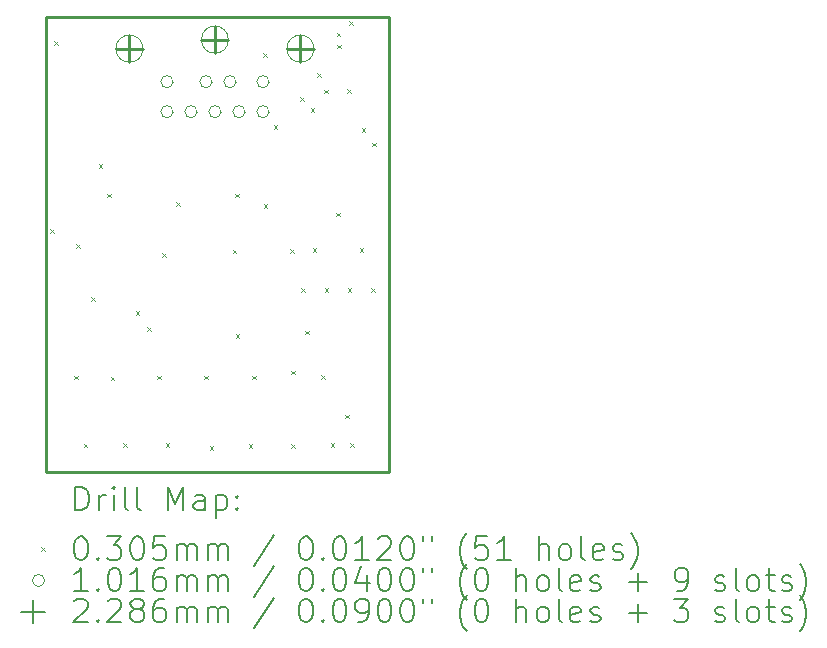
<source format=gbr>
%TF.GenerationSoftware,KiCad,Pcbnew,9.0.1*%
%TF.CreationDate,2025-04-29T17:01:15-07:00*%
%TF.ProjectId,3bp v2.1,33627020-7632-42e3-912e-6b696361645f,rev?*%
%TF.SameCoordinates,Original*%
%TF.FileFunction,Drillmap*%
%TF.FilePolarity,Positive*%
%FSLAX45Y45*%
G04 Gerber Fmt 4.5, Leading zero omitted, Abs format (unit mm)*
G04 Created by KiCad (PCBNEW 9.0.1) date 2025-04-29 17:01:15*
%MOMM*%
%LPD*%
G01*
G04 APERTURE LIST*
%ADD10C,0.254000*%
%ADD11C,0.200000*%
%ADD12C,0.100000*%
%ADD13C,0.101600*%
%ADD14C,0.228600*%
G04 APERTURE END LIST*
D10*
X15339800Y-12002700D02*
X12437900Y-12002700D01*
X12437900Y-12002700D02*
X12437900Y-8149500D01*
X12437900Y-8149500D02*
X15339800Y-8149500D01*
X15339800Y-8149500D02*
X15339800Y-12002700D01*
D11*
D12*
X12474750Y-9944750D02*
X12505250Y-9975250D01*
X12505250Y-9944750D02*
X12474750Y-9975250D01*
X12504750Y-8354750D02*
X12535250Y-8385250D01*
X12535250Y-8354750D02*
X12504750Y-8385250D01*
X12674750Y-11184750D02*
X12705250Y-11215250D01*
X12705250Y-11184750D02*
X12674750Y-11215250D01*
X12693150Y-10074850D02*
X12723650Y-10105350D01*
X12723650Y-10074850D02*
X12693150Y-10105350D01*
X12755350Y-11762650D02*
X12785850Y-11793150D01*
X12785850Y-11762650D02*
X12755350Y-11793150D01*
X12822650Y-10521850D02*
X12853150Y-10552350D01*
X12853150Y-10521850D02*
X12822650Y-10552350D01*
X12884750Y-9394750D02*
X12915250Y-9425250D01*
X12915250Y-9394750D02*
X12884750Y-9425250D01*
X12954750Y-9644750D02*
X12985250Y-9675250D01*
X12985250Y-9644750D02*
X12954750Y-9675250D01*
X12983950Y-11196250D02*
X13014450Y-11226750D01*
X13014450Y-11196250D02*
X12983950Y-11226750D01*
X13091950Y-11760150D02*
X13122450Y-11790650D01*
X13122450Y-11760150D02*
X13091950Y-11790650D01*
X13197350Y-10638750D02*
X13227850Y-10669250D01*
X13227850Y-10638750D02*
X13197350Y-10669250D01*
X13296450Y-10774650D02*
X13326950Y-10805150D01*
X13326950Y-10774650D02*
X13296450Y-10805150D01*
X13380250Y-11187350D02*
X13410750Y-11217850D01*
X13410750Y-11187350D02*
X13380250Y-11217850D01*
X13422150Y-10149750D02*
X13452650Y-10180250D01*
X13452650Y-10149750D02*
X13422150Y-10180250D01*
X13451350Y-11760150D02*
X13481850Y-11790650D01*
X13481850Y-11760150D02*
X13451350Y-11790650D01*
X13540250Y-9717950D02*
X13570750Y-9748450D01*
X13570750Y-9717950D02*
X13540250Y-9748450D01*
X13774750Y-11184750D02*
X13805250Y-11215250D01*
X13805250Y-11184750D02*
X13774750Y-11215250D01*
X13824750Y-11784750D02*
X13855250Y-11815250D01*
X13855250Y-11784750D02*
X13824750Y-11815250D01*
X14019050Y-10118050D02*
X14049550Y-10148550D01*
X14049550Y-10118050D02*
X14019050Y-10148550D01*
X14040650Y-9645550D02*
X14071150Y-9676050D01*
X14071150Y-9645550D02*
X14040650Y-9676050D01*
X14044750Y-10834750D02*
X14075250Y-10865250D01*
X14075250Y-10834750D02*
X14044750Y-10865250D01*
X14154950Y-11766450D02*
X14185450Y-11796950D01*
X14185450Y-11766450D02*
X14154950Y-11796950D01*
X14184750Y-11184750D02*
X14215250Y-11215250D01*
X14215250Y-11184750D02*
X14184750Y-11215250D01*
X14274750Y-8454750D02*
X14305250Y-8485250D01*
X14305250Y-8454750D02*
X14274750Y-8485250D01*
X14279350Y-9734450D02*
X14309850Y-9764950D01*
X14309850Y-9734450D02*
X14279350Y-9764950D01*
X14364750Y-9064750D02*
X14395250Y-9095250D01*
X14395250Y-9064750D02*
X14364750Y-9095250D01*
X14506727Y-10114115D02*
X14537227Y-10144615D01*
X14537227Y-10114115D02*
X14506727Y-10144615D01*
X14511750Y-11763950D02*
X14542250Y-11794450D01*
X14542250Y-11763950D02*
X14511750Y-11794450D01*
X14513782Y-11144953D02*
X14544282Y-11175453D01*
X14544282Y-11144953D02*
X14513782Y-11175453D01*
X14589450Y-8830750D02*
X14619950Y-8861250D01*
X14619950Y-8830750D02*
X14589450Y-8861250D01*
X14600650Y-10443150D02*
X14631150Y-10473650D01*
X14631150Y-10443150D02*
X14600650Y-10473650D01*
X14634750Y-10804750D02*
X14665250Y-10835250D01*
X14665250Y-10804750D02*
X14634750Y-10835250D01*
X14679450Y-8920750D02*
X14709950Y-8951250D01*
X14709950Y-8920750D02*
X14679450Y-8951250D01*
X14694750Y-10104750D02*
X14725250Y-10135250D01*
X14725250Y-10104750D02*
X14694750Y-10135250D01*
X14734750Y-8624750D02*
X14765250Y-8655250D01*
X14765250Y-8624750D02*
X14734750Y-8655250D01*
X14769650Y-11182250D02*
X14800150Y-11212750D01*
X14800150Y-11182250D02*
X14769650Y-11212750D01*
X14794750Y-8764750D02*
X14825250Y-8795250D01*
X14825250Y-8764750D02*
X14794750Y-8795250D01*
X14798850Y-10445650D02*
X14829350Y-10476150D01*
X14829350Y-10445650D02*
X14798850Y-10476150D01*
X14848350Y-11758850D02*
X14878850Y-11789350D01*
X14878850Y-11758850D02*
X14848350Y-11789350D01*
X14894750Y-9804750D02*
X14925250Y-9835250D01*
X14925250Y-9804750D02*
X14894750Y-9835250D01*
X14899450Y-8280750D02*
X14929950Y-8311250D01*
X14929950Y-8280750D02*
X14899450Y-8311250D01*
X14904750Y-8384750D02*
X14935250Y-8415250D01*
X14935250Y-8384750D02*
X14904750Y-8415250D01*
X14971550Y-11517550D02*
X15002050Y-11548050D01*
X15002050Y-11517550D02*
X14971550Y-11548050D01*
X14989450Y-8761800D02*
X15019950Y-8792300D01*
X15019950Y-8761800D02*
X14989450Y-8792300D01*
X14993150Y-10445650D02*
X15023650Y-10476150D01*
X15023650Y-10445650D02*
X14993150Y-10476150D01*
X15004750Y-8184750D02*
X15035250Y-8215250D01*
X15035250Y-8184750D02*
X15004750Y-8215250D01*
X15014750Y-11756350D02*
X15045250Y-11786850D01*
X15045250Y-11756350D02*
X15014750Y-11786850D01*
X15094750Y-10104750D02*
X15125250Y-10135250D01*
X15125250Y-10104750D02*
X15094750Y-10135250D01*
X15109450Y-9090750D02*
X15139950Y-9121250D01*
X15139950Y-9090750D02*
X15109450Y-9121250D01*
X15189950Y-10445650D02*
X15220450Y-10476150D01*
X15220450Y-10445650D02*
X15189950Y-10476150D01*
X15200150Y-9213750D02*
X15230650Y-9244250D01*
X15230650Y-9213750D02*
X15200150Y-9244250D01*
D13*
X13512300Y-8696900D02*
G75*
G02*
X13410700Y-8696900I-50800J0D01*
G01*
X13410700Y-8696900D02*
G75*
G02*
X13512300Y-8696900I50800J0D01*
G01*
D12*
X13512300Y-8697150D02*
X13512300Y-8696650D01*
X13410700Y-8696650D02*
G75*
G02*
X13512300Y-8696650I50800J0D01*
G01*
X13410700Y-8696650D02*
X13410700Y-8697150D01*
X13410700Y-8697150D02*
G75*
G03*
X13512300Y-8697150I50800J0D01*
G01*
D13*
X13512300Y-8950900D02*
G75*
G02*
X13410700Y-8950900I-50800J0D01*
G01*
X13410700Y-8950900D02*
G75*
G02*
X13512300Y-8950900I50800J0D01*
G01*
D12*
X13512300Y-8951150D02*
X13512300Y-8950650D01*
X13410700Y-8950650D02*
G75*
G02*
X13512300Y-8950650I50800J0D01*
G01*
X13410700Y-8950650D02*
X13410700Y-8951150D01*
X13410700Y-8951150D02*
G75*
G03*
X13512300Y-8951150I50800J0D01*
G01*
D13*
X13715500Y-8950900D02*
G75*
G02*
X13613900Y-8950900I-50800J0D01*
G01*
X13613900Y-8950900D02*
G75*
G02*
X13715500Y-8950900I50800J0D01*
G01*
D12*
X13715500Y-8951150D02*
X13715500Y-8950650D01*
X13613900Y-8950650D02*
G75*
G02*
X13715500Y-8950650I50800J0D01*
G01*
X13613900Y-8950650D02*
X13613900Y-8951150D01*
X13613900Y-8951150D02*
G75*
G03*
X13715500Y-8951150I50800J0D01*
G01*
D13*
X13842500Y-8696900D02*
G75*
G02*
X13740900Y-8696900I-50800J0D01*
G01*
X13740900Y-8696900D02*
G75*
G02*
X13842500Y-8696900I50800J0D01*
G01*
D12*
X13842500Y-8697150D02*
X13842500Y-8696650D01*
X13740900Y-8696650D02*
G75*
G02*
X13842500Y-8696650I50800J0D01*
G01*
X13740900Y-8696650D02*
X13740900Y-8697150D01*
X13740900Y-8697150D02*
G75*
G03*
X13842500Y-8697150I50800J0D01*
G01*
D13*
X13918700Y-8950900D02*
G75*
G02*
X13817100Y-8950900I-50800J0D01*
G01*
X13817100Y-8950900D02*
G75*
G02*
X13918700Y-8950900I50800J0D01*
G01*
D12*
X13918700Y-8951150D02*
X13918700Y-8950650D01*
X13817100Y-8950650D02*
G75*
G02*
X13918700Y-8950650I50800J0D01*
G01*
X13817100Y-8950650D02*
X13817100Y-8951150D01*
X13817100Y-8951150D02*
G75*
G03*
X13918700Y-8951150I50800J0D01*
G01*
D13*
X14045700Y-8696900D02*
G75*
G02*
X13944100Y-8696900I-50800J0D01*
G01*
X13944100Y-8696900D02*
G75*
G02*
X14045700Y-8696900I50800J0D01*
G01*
D12*
X14045700Y-8697150D02*
X14045700Y-8696650D01*
X13944100Y-8696650D02*
G75*
G02*
X14045700Y-8696650I50800J0D01*
G01*
X13944100Y-8696650D02*
X13944100Y-8697150D01*
X13944100Y-8697150D02*
G75*
G03*
X14045700Y-8697150I50800J0D01*
G01*
D13*
X14121900Y-8950900D02*
G75*
G02*
X14020300Y-8950900I-50800J0D01*
G01*
X14020300Y-8950900D02*
G75*
G02*
X14121900Y-8950900I50800J0D01*
G01*
D12*
X14121900Y-8951150D02*
X14121900Y-8950650D01*
X14020300Y-8950650D02*
G75*
G02*
X14121900Y-8950650I50800J0D01*
G01*
X14020300Y-8950650D02*
X14020300Y-8951150D01*
X14020300Y-8951150D02*
G75*
G03*
X14121900Y-8951150I50800J0D01*
G01*
D13*
X14325100Y-8696900D02*
G75*
G02*
X14223500Y-8696900I-50800J0D01*
G01*
X14223500Y-8696900D02*
G75*
G02*
X14325100Y-8696900I50800J0D01*
G01*
D12*
X14325100Y-8697150D02*
X14325100Y-8696650D01*
X14223500Y-8696650D02*
G75*
G02*
X14325100Y-8696650I50800J0D01*
G01*
X14223500Y-8696650D02*
X14223500Y-8697150D01*
X14223500Y-8697150D02*
G75*
G03*
X14325100Y-8697150I50800J0D01*
G01*
D13*
X14325100Y-8950900D02*
G75*
G02*
X14223500Y-8950900I-50800J0D01*
G01*
X14223500Y-8950900D02*
G75*
G02*
X14325100Y-8950900I50800J0D01*
G01*
D12*
X14325100Y-8951150D02*
X14325100Y-8950650D01*
X14223500Y-8950650D02*
G75*
G02*
X14325100Y-8950650I50800J0D01*
G01*
X14223500Y-8950650D02*
X14223500Y-8951150D01*
X14223500Y-8951150D02*
G75*
G03*
X14325100Y-8951150I50800J0D01*
G01*
D14*
X13144000Y-8303200D02*
X13144000Y-8531800D01*
X13029700Y-8417500D02*
X13258300Y-8417500D01*
D12*
X13258300Y-8417750D02*
X13258300Y-8417250D01*
X13029700Y-8417250D02*
G75*
G02*
X13258300Y-8417250I114300J0D01*
G01*
X13029700Y-8417250D02*
X13029700Y-8417750D01*
X13029700Y-8417750D02*
G75*
G03*
X13258300Y-8417750I114300J0D01*
G01*
D14*
X13867900Y-8227000D02*
X13867900Y-8455600D01*
X13753600Y-8341300D02*
X13982200Y-8341300D01*
D12*
X13982200Y-8341550D02*
X13982200Y-8341050D01*
X13753600Y-8341050D02*
G75*
G02*
X13982200Y-8341050I114300J0D01*
G01*
X13753600Y-8341050D02*
X13753600Y-8341550D01*
X13753600Y-8341550D02*
G75*
G03*
X13982200Y-8341550I114300J0D01*
G01*
D14*
X14591800Y-8303200D02*
X14591800Y-8531800D01*
X14477500Y-8417500D02*
X14706100Y-8417500D01*
D12*
X14706100Y-8417750D02*
X14706100Y-8417250D01*
X14477500Y-8417250D02*
G75*
G02*
X14706100Y-8417250I114300J0D01*
G01*
X14477500Y-8417250D02*
X14477500Y-8417750D01*
X14477500Y-8417750D02*
G75*
G03*
X14706100Y-8417750I114300J0D01*
G01*
D11*
X12685977Y-12326884D02*
X12685977Y-12126884D01*
X12685977Y-12126884D02*
X12733596Y-12126884D01*
X12733596Y-12126884D02*
X12762167Y-12136408D01*
X12762167Y-12136408D02*
X12781215Y-12155455D01*
X12781215Y-12155455D02*
X12790739Y-12174503D01*
X12790739Y-12174503D02*
X12800262Y-12212598D01*
X12800262Y-12212598D02*
X12800262Y-12241169D01*
X12800262Y-12241169D02*
X12790739Y-12279265D01*
X12790739Y-12279265D02*
X12781215Y-12298312D01*
X12781215Y-12298312D02*
X12762167Y-12317360D01*
X12762167Y-12317360D02*
X12733596Y-12326884D01*
X12733596Y-12326884D02*
X12685977Y-12326884D01*
X12885977Y-12326884D02*
X12885977Y-12193550D01*
X12885977Y-12231646D02*
X12895501Y-12212598D01*
X12895501Y-12212598D02*
X12905024Y-12203074D01*
X12905024Y-12203074D02*
X12924072Y-12193550D01*
X12924072Y-12193550D02*
X12943120Y-12193550D01*
X13009786Y-12326884D02*
X13009786Y-12193550D01*
X13009786Y-12126884D02*
X13000262Y-12136408D01*
X13000262Y-12136408D02*
X13009786Y-12145931D01*
X13009786Y-12145931D02*
X13019310Y-12136408D01*
X13019310Y-12136408D02*
X13009786Y-12126884D01*
X13009786Y-12126884D02*
X13009786Y-12145931D01*
X13133596Y-12326884D02*
X13114548Y-12317360D01*
X13114548Y-12317360D02*
X13105024Y-12298312D01*
X13105024Y-12298312D02*
X13105024Y-12126884D01*
X13238358Y-12326884D02*
X13219310Y-12317360D01*
X13219310Y-12317360D02*
X13209786Y-12298312D01*
X13209786Y-12298312D02*
X13209786Y-12126884D01*
X13466929Y-12326884D02*
X13466929Y-12126884D01*
X13466929Y-12126884D02*
X13533596Y-12269741D01*
X13533596Y-12269741D02*
X13600262Y-12126884D01*
X13600262Y-12126884D02*
X13600262Y-12326884D01*
X13781215Y-12326884D02*
X13781215Y-12222122D01*
X13781215Y-12222122D02*
X13771691Y-12203074D01*
X13771691Y-12203074D02*
X13752643Y-12193550D01*
X13752643Y-12193550D02*
X13714548Y-12193550D01*
X13714548Y-12193550D02*
X13695501Y-12203074D01*
X13781215Y-12317360D02*
X13762167Y-12326884D01*
X13762167Y-12326884D02*
X13714548Y-12326884D01*
X13714548Y-12326884D02*
X13695501Y-12317360D01*
X13695501Y-12317360D02*
X13685977Y-12298312D01*
X13685977Y-12298312D02*
X13685977Y-12279265D01*
X13685977Y-12279265D02*
X13695501Y-12260217D01*
X13695501Y-12260217D02*
X13714548Y-12250693D01*
X13714548Y-12250693D02*
X13762167Y-12250693D01*
X13762167Y-12250693D02*
X13781215Y-12241169D01*
X13876453Y-12193550D02*
X13876453Y-12393550D01*
X13876453Y-12203074D02*
X13895501Y-12193550D01*
X13895501Y-12193550D02*
X13933596Y-12193550D01*
X13933596Y-12193550D02*
X13952643Y-12203074D01*
X13952643Y-12203074D02*
X13962167Y-12212598D01*
X13962167Y-12212598D02*
X13971691Y-12231646D01*
X13971691Y-12231646D02*
X13971691Y-12288788D01*
X13971691Y-12288788D02*
X13962167Y-12307836D01*
X13962167Y-12307836D02*
X13952643Y-12317360D01*
X13952643Y-12317360D02*
X13933596Y-12326884D01*
X13933596Y-12326884D02*
X13895501Y-12326884D01*
X13895501Y-12326884D02*
X13876453Y-12317360D01*
X14057405Y-12307836D02*
X14066929Y-12317360D01*
X14066929Y-12317360D02*
X14057405Y-12326884D01*
X14057405Y-12326884D02*
X14047882Y-12317360D01*
X14047882Y-12317360D02*
X14057405Y-12307836D01*
X14057405Y-12307836D02*
X14057405Y-12326884D01*
X14057405Y-12203074D02*
X14066929Y-12212598D01*
X14066929Y-12212598D02*
X14057405Y-12222122D01*
X14057405Y-12222122D02*
X14047882Y-12212598D01*
X14047882Y-12212598D02*
X14057405Y-12203074D01*
X14057405Y-12203074D02*
X14057405Y-12222122D01*
D12*
X12394700Y-12640150D02*
X12425200Y-12670650D01*
X12425200Y-12640150D02*
X12394700Y-12670650D01*
D11*
X12724072Y-12546884D02*
X12743120Y-12546884D01*
X12743120Y-12546884D02*
X12762167Y-12556408D01*
X12762167Y-12556408D02*
X12771691Y-12565931D01*
X12771691Y-12565931D02*
X12781215Y-12584979D01*
X12781215Y-12584979D02*
X12790739Y-12623074D01*
X12790739Y-12623074D02*
X12790739Y-12670693D01*
X12790739Y-12670693D02*
X12781215Y-12708788D01*
X12781215Y-12708788D02*
X12771691Y-12727836D01*
X12771691Y-12727836D02*
X12762167Y-12737360D01*
X12762167Y-12737360D02*
X12743120Y-12746884D01*
X12743120Y-12746884D02*
X12724072Y-12746884D01*
X12724072Y-12746884D02*
X12705024Y-12737360D01*
X12705024Y-12737360D02*
X12695501Y-12727836D01*
X12695501Y-12727836D02*
X12685977Y-12708788D01*
X12685977Y-12708788D02*
X12676453Y-12670693D01*
X12676453Y-12670693D02*
X12676453Y-12623074D01*
X12676453Y-12623074D02*
X12685977Y-12584979D01*
X12685977Y-12584979D02*
X12695501Y-12565931D01*
X12695501Y-12565931D02*
X12705024Y-12556408D01*
X12705024Y-12556408D02*
X12724072Y-12546884D01*
X12876453Y-12727836D02*
X12885977Y-12737360D01*
X12885977Y-12737360D02*
X12876453Y-12746884D01*
X12876453Y-12746884D02*
X12866929Y-12737360D01*
X12866929Y-12737360D02*
X12876453Y-12727836D01*
X12876453Y-12727836D02*
X12876453Y-12746884D01*
X12952643Y-12546884D02*
X13076453Y-12546884D01*
X13076453Y-12546884D02*
X13009786Y-12623074D01*
X13009786Y-12623074D02*
X13038358Y-12623074D01*
X13038358Y-12623074D02*
X13057405Y-12632598D01*
X13057405Y-12632598D02*
X13066929Y-12642122D01*
X13066929Y-12642122D02*
X13076453Y-12661169D01*
X13076453Y-12661169D02*
X13076453Y-12708788D01*
X13076453Y-12708788D02*
X13066929Y-12727836D01*
X13066929Y-12727836D02*
X13057405Y-12737360D01*
X13057405Y-12737360D02*
X13038358Y-12746884D01*
X13038358Y-12746884D02*
X12981215Y-12746884D01*
X12981215Y-12746884D02*
X12962167Y-12737360D01*
X12962167Y-12737360D02*
X12952643Y-12727836D01*
X13200262Y-12546884D02*
X13219310Y-12546884D01*
X13219310Y-12546884D02*
X13238358Y-12556408D01*
X13238358Y-12556408D02*
X13247882Y-12565931D01*
X13247882Y-12565931D02*
X13257405Y-12584979D01*
X13257405Y-12584979D02*
X13266929Y-12623074D01*
X13266929Y-12623074D02*
X13266929Y-12670693D01*
X13266929Y-12670693D02*
X13257405Y-12708788D01*
X13257405Y-12708788D02*
X13247882Y-12727836D01*
X13247882Y-12727836D02*
X13238358Y-12737360D01*
X13238358Y-12737360D02*
X13219310Y-12746884D01*
X13219310Y-12746884D02*
X13200262Y-12746884D01*
X13200262Y-12746884D02*
X13181215Y-12737360D01*
X13181215Y-12737360D02*
X13171691Y-12727836D01*
X13171691Y-12727836D02*
X13162167Y-12708788D01*
X13162167Y-12708788D02*
X13152643Y-12670693D01*
X13152643Y-12670693D02*
X13152643Y-12623074D01*
X13152643Y-12623074D02*
X13162167Y-12584979D01*
X13162167Y-12584979D02*
X13171691Y-12565931D01*
X13171691Y-12565931D02*
X13181215Y-12556408D01*
X13181215Y-12556408D02*
X13200262Y-12546884D01*
X13447882Y-12546884D02*
X13352643Y-12546884D01*
X13352643Y-12546884D02*
X13343120Y-12642122D01*
X13343120Y-12642122D02*
X13352643Y-12632598D01*
X13352643Y-12632598D02*
X13371691Y-12623074D01*
X13371691Y-12623074D02*
X13419310Y-12623074D01*
X13419310Y-12623074D02*
X13438358Y-12632598D01*
X13438358Y-12632598D02*
X13447882Y-12642122D01*
X13447882Y-12642122D02*
X13457405Y-12661169D01*
X13457405Y-12661169D02*
X13457405Y-12708788D01*
X13457405Y-12708788D02*
X13447882Y-12727836D01*
X13447882Y-12727836D02*
X13438358Y-12737360D01*
X13438358Y-12737360D02*
X13419310Y-12746884D01*
X13419310Y-12746884D02*
X13371691Y-12746884D01*
X13371691Y-12746884D02*
X13352643Y-12737360D01*
X13352643Y-12737360D02*
X13343120Y-12727836D01*
X13543120Y-12746884D02*
X13543120Y-12613550D01*
X13543120Y-12632598D02*
X13552643Y-12623074D01*
X13552643Y-12623074D02*
X13571691Y-12613550D01*
X13571691Y-12613550D02*
X13600263Y-12613550D01*
X13600263Y-12613550D02*
X13619310Y-12623074D01*
X13619310Y-12623074D02*
X13628834Y-12642122D01*
X13628834Y-12642122D02*
X13628834Y-12746884D01*
X13628834Y-12642122D02*
X13638358Y-12623074D01*
X13638358Y-12623074D02*
X13657405Y-12613550D01*
X13657405Y-12613550D02*
X13685977Y-12613550D01*
X13685977Y-12613550D02*
X13705024Y-12623074D01*
X13705024Y-12623074D02*
X13714548Y-12642122D01*
X13714548Y-12642122D02*
X13714548Y-12746884D01*
X13809786Y-12746884D02*
X13809786Y-12613550D01*
X13809786Y-12632598D02*
X13819310Y-12623074D01*
X13819310Y-12623074D02*
X13838358Y-12613550D01*
X13838358Y-12613550D02*
X13866929Y-12613550D01*
X13866929Y-12613550D02*
X13885977Y-12623074D01*
X13885977Y-12623074D02*
X13895501Y-12642122D01*
X13895501Y-12642122D02*
X13895501Y-12746884D01*
X13895501Y-12642122D02*
X13905024Y-12623074D01*
X13905024Y-12623074D02*
X13924072Y-12613550D01*
X13924072Y-12613550D02*
X13952643Y-12613550D01*
X13952643Y-12613550D02*
X13971691Y-12623074D01*
X13971691Y-12623074D02*
X13981215Y-12642122D01*
X13981215Y-12642122D02*
X13981215Y-12746884D01*
X14371691Y-12537360D02*
X14200263Y-12794503D01*
X14628834Y-12546884D02*
X14647882Y-12546884D01*
X14647882Y-12546884D02*
X14666929Y-12556408D01*
X14666929Y-12556408D02*
X14676453Y-12565931D01*
X14676453Y-12565931D02*
X14685977Y-12584979D01*
X14685977Y-12584979D02*
X14695501Y-12623074D01*
X14695501Y-12623074D02*
X14695501Y-12670693D01*
X14695501Y-12670693D02*
X14685977Y-12708788D01*
X14685977Y-12708788D02*
X14676453Y-12727836D01*
X14676453Y-12727836D02*
X14666929Y-12737360D01*
X14666929Y-12737360D02*
X14647882Y-12746884D01*
X14647882Y-12746884D02*
X14628834Y-12746884D01*
X14628834Y-12746884D02*
X14609786Y-12737360D01*
X14609786Y-12737360D02*
X14600263Y-12727836D01*
X14600263Y-12727836D02*
X14590739Y-12708788D01*
X14590739Y-12708788D02*
X14581215Y-12670693D01*
X14581215Y-12670693D02*
X14581215Y-12623074D01*
X14581215Y-12623074D02*
X14590739Y-12584979D01*
X14590739Y-12584979D02*
X14600263Y-12565931D01*
X14600263Y-12565931D02*
X14609786Y-12556408D01*
X14609786Y-12556408D02*
X14628834Y-12546884D01*
X14781215Y-12727836D02*
X14790739Y-12737360D01*
X14790739Y-12737360D02*
X14781215Y-12746884D01*
X14781215Y-12746884D02*
X14771691Y-12737360D01*
X14771691Y-12737360D02*
X14781215Y-12727836D01*
X14781215Y-12727836D02*
X14781215Y-12746884D01*
X14914548Y-12546884D02*
X14933596Y-12546884D01*
X14933596Y-12546884D02*
X14952644Y-12556408D01*
X14952644Y-12556408D02*
X14962167Y-12565931D01*
X14962167Y-12565931D02*
X14971691Y-12584979D01*
X14971691Y-12584979D02*
X14981215Y-12623074D01*
X14981215Y-12623074D02*
X14981215Y-12670693D01*
X14981215Y-12670693D02*
X14971691Y-12708788D01*
X14971691Y-12708788D02*
X14962167Y-12727836D01*
X14962167Y-12727836D02*
X14952644Y-12737360D01*
X14952644Y-12737360D02*
X14933596Y-12746884D01*
X14933596Y-12746884D02*
X14914548Y-12746884D01*
X14914548Y-12746884D02*
X14895501Y-12737360D01*
X14895501Y-12737360D02*
X14885977Y-12727836D01*
X14885977Y-12727836D02*
X14876453Y-12708788D01*
X14876453Y-12708788D02*
X14866929Y-12670693D01*
X14866929Y-12670693D02*
X14866929Y-12623074D01*
X14866929Y-12623074D02*
X14876453Y-12584979D01*
X14876453Y-12584979D02*
X14885977Y-12565931D01*
X14885977Y-12565931D02*
X14895501Y-12556408D01*
X14895501Y-12556408D02*
X14914548Y-12546884D01*
X15171691Y-12746884D02*
X15057406Y-12746884D01*
X15114548Y-12746884D02*
X15114548Y-12546884D01*
X15114548Y-12546884D02*
X15095501Y-12575455D01*
X15095501Y-12575455D02*
X15076453Y-12594503D01*
X15076453Y-12594503D02*
X15057406Y-12604027D01*
X15247882Y-12565931D02*
X15257406Y-12556408D01*
X15257406Y-12556408D02*
X15276453Y-12546884D01*
X15276453Y-12546884D02*
X15324072Y-12546884D01*
X15324072Y-12546884D02*
X15343120Y-12556408D01*
X15343120Y-12556408D02*
X15352644Y-12565931D01*
X15352644Y-12565931D02*
X15362167Y-12584979D01*
X15362167Y-12584979D02*
X15362167Y-12604027D01*
X15362167Y-12604027D02*
X15352644Y-12632598D01*
X15352644Y-12632598D02*
X15238358Y-12746884D01*
X15238358Y-12746884D02*
X15362167Y-12746884D01*
X15485977Y-12546884D02*
X15505025Y-12546884D01*
X15505025Y-12546884D02*
X15524072Y-12556408D01*
X15524072Y-12556408D02*
X15533596Y-12565931D01*
X15533596Y-12565931D02*
X15543120Y-12584979D01*
X15543120Y-12584979D02*
X15552644Y-12623074D01*
X15552644Y-12623074D02*
X15552644Y-12670693D01*
X15552644Y-12670693D02*
X15543120Y-12708788D01*
X15543120Y-12708788D02*
X15533596Y-12727836D01*
X15533596Y-12727836D02*
X15524072Y-12737360D01*
X15524072Y-12737360D02*
X15505025Y-12746884D01*
X15505025Y-12746884D02*
X15485977Y-12746884D01*
X15485977Y-12746884D02*
X15466929Y-12737360D01*
X15466929Y-12737360D02*
X15457406Y-12727836D01*
X15457406Y-12727836D02*
X15447882Y-12708788D01*
X15447882Y-12708788D02*
X15438358Y-12670693D01*
X15438358Y-12670693D02*
X15438358Y-12623074D01*
X15438358Y-12623074D02*
X15447882Y-12584979D01*
X15447882Y-12584979D02*
X15457406Y-12565931D01*
X15457406Y-12565931D02*
X15466929Y-12556408D01*
X15466929Y-12556408D02*
X15485977Y-12546884D01*
X15628834Y-12546884D02*
X15628834Y-12584979D01*
X15705025Y-12546884D02*
X15705025Y-12584979D01*
X16000263Y-12823074D02*
X15990739Y-12813550D01*
X15990739Y-12813550D02*
X15971691Y-12784979D01*
X15971691Y-12784979D02*
X15962168Y-12765931D01*
X15962168Y-12765931D02*
X15952644Y-12737360D01*
X15952644Y-12737360D02*
X15943120Y-12689741D01*
X15943120Y-12689741D02*
X15943120Y-12651646D01*
X15943120Y-12651646D02*
X15952644Y-12604027D01*
X15952644Y-12604027D02*
X15962168Y-12575455D01*
X15962168Y-12575455D02*
X15971691Y-12556408D01*
X15971691Y-12556408D02*
X15990739Y-12527836D01*
X15990739Y-12527836D02*
X16000263Y-12518312D01*
X16171691Y-12546884D02*
X16076453Y-12546884D01*
X16076453Y-12546884D02*
X16066929Y-12642122D01*
X16066929Y-12642122D02*
X16076453Y-12632598D01*
X16076453Y-12632598D02*
X16095501Y-12623074D01*
X16095501Y-12623074D02*
X16143120Y-12623074D01*
X16143120Y-12623074D02*
X16162168Y-12632598D01*
X16162168Y-12632598D02*
X16171691Y-12642122D01*
X16171691Y-12642122D02*
X16181215Y-12661169D01*
X16181215Y-12661169D02*
X16181215Y-12708788D01*
X16181215Y-12708788D02*
X16171691Y-12727836D01*
X16171691Y-12727836D02*
X16162168Y-12737360D01*
X16162168Y-12737360D02*
X16143120Y-12746884D01*
X16143120Y-12746884D02*
X16095501Y-12746884D01*
X16095501Y-12746884D02*
X16076453Y-12737360D01*
X16076453Y-12737360D02*
X16066929Y-12727836D01*
X16371691Y-12746884D02*
X16257406Y-12746884D01*
X16314548Y-12746884D02*
X16314548Y-12546884D01*
X16314548Y-12546884D02*
X16295501Y-12575455D01*
X16295501Y-12575455D02*
X16276453Y-12594503D01*
X16276453Y-12594503D02*
X16257406Y-12604027D01*
X16609787Y-12746884D02*
X16609787Y-12546884D01*
X16695501Y-12746884D02*
X16695501Y-12642122D01*
X16695501Y-12642122D02*
X16685977Y-12623074D01*
X16685977Y-12623074D02*
X16666930Y-12613550D01*
X16666930Y-12613550D02*
X16638358Y-12613550D01*
X16638358Y-12613550D02*
X16619310Y-12623074D01*
X16619310Y-12623074D02*
X16609787Y-12632598D01*
X16819311Y-12746884D02*
X16800263Y-12737360D01*
X16800263Y-12737360D02*
X16790739Y-12727836D01*
X16790739Y-12727836D02*
X16781215Y-12708788D01*
X16781215Y-12708788D02*
X16781215Y-12651646D01*
X16781215Y-12651646D02*
X16790739Y-12632598D01*
X16790739Y-12632598D02*
X16800263Y-12623074D01*
X16800263Y-12623074D02*
X16819311Y-12613550D01*
X16819311Y-12613550D02*
X16847882Y-12613550D01*
X16847882Y-12613550D02*
X16866930Y-12623074D01*
X16866930Y-12623074D02*
X16876453Y-12632598D01*
X16876453Y-12632598D02*
X16885977Y-12651646D01*
X16885977Y-12651646D02*
X16885977Y-12708788D01*
X16885977Y-12708788D02*
X16876453Y-12727836D01*
X16876453Y-12727836D02*
X16866930Y-12737360D01*
X16866930Y-12737360D02*
X16847882Y-12746884D01*
X16847882Y-12746884D02*
X16819311Y-12746884D01*
X17000263Y-12746884D02*
X16981215Y-12737360D01*
X16981215Y-12737360D02*
X16971692Y-12718312D01*
X16971692Y-12718312D02*
X16971692Y-12546884D01*
X17152644Y-12737360D02*
X17133596Y-12746884D01*
X17133596Y-12746884D02*
X17095501Y-12746884D01*
X17095501Y-12746884D02*
X17076453Y-12737360D01*
X17076453Y-12737360D02*
X17066930Y-12718312D01*
X17066930Y-12718312D02*
X17066930Y-12642122D01*
X17066930Y-12642122D02*
X17076453Y-12623074D01*
X17076453Y-12623074D02*
X17095501Y-12613550D01*
X17095501Y-12613550D02*
X17133596Y-12613550D01*
X17133596Y-12613550D02*
X17152644Y-12623074D01*
X17152644Y-12623074D02*
X17162168Y-12642122D01*
X17162168Y-12642122D02*
X17162168Y-12661169D01*
X17162168Y-12661169D02*
X17066930Y-12680217D01*
X17238358Y-12737360D02*
X17257406Y-12746884D01*
X17257406Y-12746884D02*
X17295501Y-12746884D01*
X17295501Y-12746884D02*
X17314549Y-12737360D01*
X17314549Y-12737360D02*
X17324073Y-12718312D01*
X17324073Y-12718312D02*
X17324073Y-12708788D01*
X17324073Y-12708788D02*
X17314549Y-12689741D01*
X17314549Y-12689741D02*
X17295501Y-12680217D01*
X17295501Y-12680217D02*
X17266930Y-12680217D01*
X17266930Y-12680217D02*
X17247882Y-12670693D01*
X17247882Y-12670693D02*
X17238358Y-12651646D01*
X17238358Y-12651646D02*
X17238358Y-12642122D01*
X17238358Y-12642122D02*
X17247882Y-12623074D01*
X17247882Y-12623074D02*
X17266930Y-12613550D01*
X17266930Y-12613550D02*
X17295501Y-12613550D01*
X17295501Y-12613550D02*
X17314549Y-12623074D01*
X17390739Y-12823074D02*
X17400263Y-12813550D01*
X17400263Y-12813550D02*
X17419311Y-12784979D01*
X17419311Y-12784979D02*
X17428834Y-12765931D01*
X17428834Y-12765931D02*
X17438358Y-12737360D01*
X17438358Y-12737360D02*
X17447882Y-12689741D01*
X17447882Y-12689741D02*
X17447882Y-12651646D01*
X17447882Y-12651646D02*
X17438358Y-12604027D01*
X17438358Y-12604027D02*
X17428834Y-12575455D01*
X17428834Y-12575455D02*
X17419311Y-12556408D01*
X17419311Y-12556408D02*
X17400263Y-12527836D01*
X17400263Y-12527836D02*
X17390739Y-12518312D01*
D13*
X12425200Y-12919400D02*
G75*
G02*
X12323600Y-12919400I-50800J0D01*
G01*
X12323600Y-12919400D02*
G75*
G02*
X12425200Y-12919400I50800J0D01*
G01*
D11*
X12790739Y-13010884D02*
X12676453Y-13010884D01*
X12733596Y-13010884D02*
X12733596Y-12810884D01*
X12733596Y-12810884D02*
X12714548Y-12839455D01*
X12714548Y-12839455D02*
X12695501Y-12858503D01*
X12695501Y-12858503D02*
X12676453Y-12868027D01*
X12876453Y-12991836D02*
X12885977Y-13001360D01*
X12885977Y-13001360D02*
X12876453Y-13010884D01*
X12876453Y-13010884D02*
X12866929Y-13001360D01*
X12866929Y-13001360D02*
X12876453Y-12991836D01*
X12876453Y-12991836D02*
X12876453Y-13010884D01*
X13009786Y-12810884D02*
X13028834Y-12810884D01*
X13028834Y-12810884D02*
X13047882Y-12820408D01*
X13047882Y-12820408D02*
X13057405Y-12829931D01*
X13057405Y-12829931D02*
X13066929Y-12848979D01*
X13066929Y-12848979D02*
X13076453Y-12887074D01*
X13076453Y-12887074D02*
X13076453Y-12934693D01*
X13076453Y-12934693D02*
X13066929Y-12972788D01*
X13066929Y-12972788D02*
X13057405Y-12991836D01*
X13057405Y-12991836D02*
X13047882Y-13001360D01*
X13047882Y-13001360D02*
X13028834Y-13010884D01*
X13028834Y-13010884D02*
X13009786Y-13010884D01*
X13009786Y-13010884D02*
X12990739Y-13001360D01*
X12990739Y-13001360D02*
X12981215Y-12991836D01*
X12981215Y-12991836D02*
X12971691Y-12972788D01*
X12971691Y-12972788D02*
X12962167Y-12934693D01*
X12962167Y-12934693D02*
X12962167Y-12887074D01*
X12962167Y-12887074D02*
X12971691Y-12848979D01*
X12971691Y-12848979D02*
X12981215Y-12829931D01*
X12981215Y-12829931D02*
X12990739Y-12820408D01*
X12990739Y-12820408D02*
X13009786Y-12810884D01*
X13266929Y-13010884D02*
X13152643Y-13010884D01*
X13209786Y-13010884D02*
X13209786Y-12810884D01*
X13209786Y-12810884D02*
X13190739Y-12839455D01*
X13190739Y-12839455D02*
X13171691Y-12858503D01*
X13171691Y-12858503D02*
X13152643Y-12868027D01*
X13438358Y-12810884D02*
X13400262Y-12810884D01*
X13400262Y-12810884D02*
X13381215Y-12820408D01*
X13381215Y-12820408D02*
X13371691Y-12829931D01*
X13371691Y-12829931D02*
X13352643Y-12858503D01*
X13352643Y-12858503D02*
X13343120Y-12896598D01*
X13343120Y-12896598D02*
X13343120Y-12972788D01*
X13343120Y-12972788D02*
X13352643Y-12991836D01*
X13352643Y-12991836D02*
X13362167Y-13001360D01*
X13362167Y-13001360D02*
X13381215Y-13010884D01*
X13381215Y-13010884D02*
X13419310Y-13010884D01*
X13419310Y-13010884D02*
X13438358Y-13001360D01*
X13438358Y-13001360D02*
X13447882Y-12991836D01*
X13447882Y-12991836D02*
X13457405Y-12972788D01*
X13457405Y-12972788D02*
X13457405Y-12925169D01*
X13457405Y-12925169D02*
X13447882Y-12906122D01*
X13447882Y-12906122D02*
X13438358Y-12896598D01*
X13438358Y-12896598D02*
X13419310Y-12887074D01*
X13419310Y-12887074D02*
X13381215Y-12887074D01*
X13381215Y-12887074D02*
X13362167Y-12896598D01*
X13362167Y-12896598D02*
X13352643Y-12906122D01*
X13352643Y-12906122D02*
X13343120Y-12925169D01*
X13543120Y-13010884D02*
X13543120Y-12877550D01*
X13543120Y-12896598D02*
X13552643Y-12887074D01*
X13552643Y-12887074D02*
X13571691Y-12877550D01*
X13571691Y-12877550D02*
X13600263Y-12877550D01*
X13600263Y-12877550D02*
X13619310Y-12887074D01*
X13619310Y-12887074D02*
X13628834Y-12906122D01*
X13628834Y-12906122D02*
X13628834Y-13010884D01*
X13628834Y-12906122D02*
X13638358Y-12887074D01*
X13638358Y-12887074D02*
X13657405Y-12877550D01*
X13657405Y-12877550D02*
X13685977Y-12877550D01*
X13685977Y-12877550D02*
X13705024Y-12887074D01*
X13705024Y-12887074D02*
X13714548Y-12906122D01*
X13714548Y-12906122D02*
X13714548Y-13010884D01*
X13809786Y-13010884D02*
X13809786Y-12877550D01*
X13809786Y-12896598D02*
X13819310Y-12887074D01*
X13819310Y-12887074D02*
X13838358Y-12877550D01*
X13838358Y-12877550D02*
X13866929Y-12877550D01*
X13866929Y-12877550D02*
X13885977Y-12887074D01*
X13885977Y-12887074D02*
X13895501Y-12906122D01*
X13895501Y-12906122D02*
X13895501Y-13010884D01*
X13895501Y-12906122D02*
X13905024Y-12887074D01*
X13905024Y-12887074D02*
X13924072Y-12877550D01*
X13924072Y-12877550D02*
X13952643Y-12877550D01*
X13952643Y-12877550D02*
X13971691Y-12887074D01*
X13971691Y-12887074D02*
X13981215Y-12906122D01*
X13981215Y-12906122D02*
X13981215Y-13010884D01*
X14371691Y-12801360D02*
X14200263Y-13058503D01*
X14628834Y-12810884D02*
X14647882Y-12810884D01*
X14647882Y-12810884D02*
X14666929Y-12820408D01*
X14666929Y-12820408D02*
X14676453Y-12829931D01*
X14676453Y-12829931D02*
X14685977Y-12848979D01*
X14685977Y-12848979D02*
X14695501Y-12887074D01*
X14695501Y-12887074D02*
X14695501Y-12934693D01*
X14695501Y-12934693D02*
X14685977Y-12972788D01*
X14685977Y-12972788D02*
X14676453Y-12991836D01*
X14676453Y-12991836D02*
X14666929Y-13001360D01*
X14666929Y-13001360D02*
X14647882Y-13010884D01*
X14647882Y-13010884D02*
X14628834Y-13010884D01*
X14628834Y-13010884D02*
X14609786Y-13001360D01*
X14609786Y-13001360D02*
X14600263Y-12991836D01*
X14600263Y-12991836D02*
X14590739Y-12972788D01*
X14590739Y-12972788D02*
X14581215Y-12934693D01*
X14581215Y-12934693D02*
X14581215Y-12887074D01*
X14581215Y-12887074D02*
X14590739Y-12848979D01*
X14590739Y-12848979D02*
X14600263Y-12829931D01*
X14600263Y-12829931D02*
X14609786Y-12820408D01*
X14609786Y-12820408D02*
X14628834Y-12810884D01*
X14781215Y-12991836D02*
X14790739Y-13001360D01*
X14790739Y-13001360D02*
X14781215Y-13010884D01*
X14781215Y-13010884D02*
X14771691Y-13001360D01*
X14771691Y-13001360D02*
X14781215Y-12991836D01*
X14781215Y-12991836D02*
X14781215Y-13010884D01*
X14914548Y-12810884D02*
X14933596Y-12810884D01*
X14933596Y-12810884D02*
X14952644Y-12820408D01*
X14952644Y-12820408D02*
X14962167Y-12829931D01*
X14962167Y-12829931D02*
X14971691Y-12848979D01*
X14971691Y-12848979D02*
X14981215Y-12887074D01*
X14981215Y-12887074D02*
X14981215Y-12934693D01*
X14981215Y-12934693D02*
X14971691Y-12972788D01*
X14971691Y-12972788D02*
X14962167Y-12991836D01*
X14962167Y-12991836D02*
X14952644Y-13001360D01*
X14952644Y-13001360D02*
X14933596Y-13010884D01*
X14933596Y-13010884D02*
X14914548Y-13010884D01*
X14914548Y-13010884D02*
X14895501Y-13001360D01*
X14895501Y-13001360D02*
X14885977Y-12991836D01*
X14885977Y-12991836D02*
X14876453Y-12972788D01*
X14876453Y-12972788D02*
X14866929Y-12934693D01*
X14866929Y-12934693D02*
X14866929Y-12887074D01*
X14866929Y-12887074D02*
X14876453Y-12848979D01*
X14876453Y-12848979D02*
X14885977Y-12829931D01*
X14885977Y-12829931D02*
X14895501Y-12820408D01*
X14895501Y-12820408D02*
X14914548Y-12810884D01*
X15152644Y-12877550D02*
X15152644Y-13010884D01*
X15105025Y-12801360D02*
X15057406Y-12944217D01*
X15057406Y-12944217D02*
X15181215Y-12944217D01*
X15295501Y-12810884D02*
X15314548Y-12810884D01*
X15314548Y-12810884D02*
X15333596Y-12820408D01*
X15333596Y-12820408D02*
X15343120Y-12829931D01*
X15343120Y-12829931D02*
X15352644Y-12848979D01*
X15352644Y-12848979D02*
X15362167Y-12887074D01*
X15362167Y-12887074D02*
X15362167Y-12934693D01*
X15362167Y-12934693D02*
X15352644Y-12972788D01*
X15352644Y-12972788D02*
X15343120Y-12991836D01*
X15343120Y-12991836D02*
X15333596Y-13001360D01*
X15333596Y-13001360D02*
X15314548Y-13010884D01*
X15314548Y-13010884D02*
X15295501Y-13010884D01*
X15295501Y-13010884D02*
X15276453Y-13001360D01*
X15276453Y-13001360D02*
X15266929Y-12991836D01*
X15266929Y-12991836D02*
X15257406Y-12972788D01*
X15257406Y-12972788D02*
X15247882Y-12934693D01*
X15247882Y-12934693D02*
X15247882Y-12887074D01*
X15247882Y-12887074D02*
X15257406Y-12848979D01*
X15257406Y-12848979D02*
X15266929Y-12829931D01*
X15266929Y-12829931D02*
X15276453Y-12820408D01*
X15276453Y-12820408D02*
X15295501Y-12810884D01*
X15485977Y-12810884D02*
X15505025Y-12810884D01*
X15505025Y-12810884D02*
X15524072Y-12820408D01*
X15524072Y-12820408D02*
X15533596Y-12829931D01*
X15533596Y-12829931D02*
X15543120Y-12848979D01*
X15543120Y-12848979D02*
X15552644Y-12887074D01*
X15552644Y-12887074D02*
X15552644Y-12934693D01*
X15552644Y-12934693D02*
X15543120Y-12972788D01*
X15543120Y-12972788D02*
X15533596Y-12991836D01*
X15533596Y-12991836D02*
X15524072Y-13001360D01*
X15524072Y-13001360D02*
X15505025Y-13010884D01*
X15505025Y-13010884D02*
X15485977Y-13010884D01*
X15485977Y-13010884D02*
X15466929Y-13001360D01*
X15466929Y-13001360D02*
X15457406Y-12991836D01*
X15457406Y-12991836D02*
X15447882Y-12972788D01*
X15447882Y-12972788D02*
X15438358Y-12934693D01*
X15438358Y-12934693D02*
X15438358Y-12887074D01*
X15438358Y-12887074D02*
X15447882Y-12848979D01*
X15447882Y-12848979D02*
X15457406Y-12829931D01*
X15457406Y-12829931D02*
X15466929Y-12820408D01*
X15466929Y-12820408D02*
X15485977Y-12810884D01*
X15628834Y-12810884D02*
X15628834Y-12848979D01*
X15705025Y-12810884D02*
X15705025Y-12848979D01*
X16000263Y-13087074D02*
X15990739Y-13077550D01*
X15990739Y-13077550D02*
X15971691Y-13048979D01*
X15971691Y-13048979D02*
X15962168Y-13029931D01*
X15962168Y-13029931D02*
X15952644Y-13001360D01*
X15952644Y-13001360D02*
X15943120Y-12953741D01*
X15943120Y-12953741D02*
X15943120Y-12915646D01*
X15943120Y-12915646D02*
X15952644Y-12868027D01*
X15952644Y-12868027D02*
X15962168Y-12839455D01*
X15962168Y-12839455D02*
X15971691Y-12820408D01*
X15971691Y-12820408D02*
X15990739Y-12791836D01*
X15990739Y-12791836D02*
X16000263Y-12782312D01*
X16114548Y-12810884D02*
X16133596Y-12810884D01*
X16133596Y-12810884D02*
X16152644Y-12820408D01*
X16152644Y-12820408D02*
X16162168Y-12829931D01*
X16162168Y-12829931D02*
X16171691Y-12848979D01*
X16171691Y-12848979D02*
X16181215Y-12887074D01*
X16181215Y-12887074D02*
X16181215Y-12934693D01*
X16181215Y-12934693D02*
X16171691Y-12972788D01*
X16171691Y-12972788D02*
X16162168Y-12991836D01*
X16162168Y-12991836D02*
X16152644Y-13001360D01*
X16152644Y-13001360D02*
X16133596Y-13010884D01*
X16133596Y-13010884D02*
X16114548Y-13010884D01*
X16114548Y-13010884D02*
X16095501Y-13001360D01*
X16095501Y-13001360D02*
X16085977Y-12991836D01*
X16085977Y-12991836D02*
X16076453Y-12972788D01*
X16076453Y-12972788D02*
X16066929Y-12934693D01*
X16066929Y-12934693D02*
X16066929Y-12887074D01*
X16066929Y-12887074D02*
X16076453Y-12848979D01*
X16076453Y-12848979D02*
X16085977Y-12829931D01*
X16085977Y-12829931D02*
X16095501Y-12820408D01*
X16095501Y-12820408D02*
X16114548Y-12810884D01*
X16419310Y-13010884D02*
X16419310Y-12810884D01*
X16505025Y-13010884D02*
X16505025Y-12906122D01*
X16505025Y-12906122D02*
X16495501Y-12887074D01*
X16495501Y-12887074D02*
X16476453Y-12877550D01*
X16476453Y-12877550D02*
X16447882Y-12877550D01*
X16447882Y-12877550D02*
X16428834Y-12887074D01*
X16428834Y-12887074D02*
X16419310Y-12896598D01*
X16628834Y-13010884D02*
X16609787Y-13001360D01*
X16609787Y-13001360D02*
X16600263Y-12991836D01*
X16600263Y-12991836D02*
X16590739Y-12972788D01*
X16590739Y-12972788D02*
X16590739Y-12915646D01*
X16590739Y-12915646D02*
X16600263Y-12896598D01*
X16600263Y-12896598D02*
X16609787Y-12887074D01*
X16609787Y-12887074D02*
X16628834Y-12877550D01*
X16628834Y-12877550D02*
X16657406Y-12877550D01*
X16657406Y-12877550D02*
X16676453Y-12887074D01*
X16676453Y-12887074D02*
X16685977Y-12896598D01*
X16685977Y-12896598D02*
X16695501Y-12915646D01*
X16695501Y-12915646D02*
X16695501Y-12972788D01*
X16695501Y-12972788D02*
X16685977Y-12991836D01*
X16685977Y-12991836D02*
X16676453Y-13001360D01*
X16676453Y-13001360D02*
X16657406Y-13010884D01*
X16657406Y-13010884D02*
X16628834Y-13010884D01*
X16809787Y-13010884D02*
X16790739Y-13001360D01*
X16790739Y-13001360D02*
X16781215Y-12982312D01*
X16781215Y-12982312D02*
X16781215Y-12810884D01*
X16962168Y-13001360D02*
X16943120Y-13010884D01*
X16943120Y-13010884D02*
X16905025Y-13010884D01*
X16905025Y-13010884D02*
X16885977Y-13001360D01*
X16885977Y-13001360D02*
X16876453Y-12982312D01*
X16876453Y-12982312D02*
X16876453Y-12906122D01*
X16876453Y-12906122D02*
X16885977Y-12887074D01*
X16885977Y-12887074D02*
X16905025Y-12877550D01*
X16905025Y-12877550D02*
X16943120Y-12877550D01*
X16943120Y-12877550D02*
X16962168Y-12887074D01*
X16962168Y-12887074D02*
X16971692Y-12906122D01*
X16971692Y-12906122D02*
X16971692Y-12925169D01*
X16971692Y-12925169D02*
X16876453Y-12944217D01*
X17047882Y-13001360D02*
X17066930Y-13010884D01*
X17066930Y-13010884D02*
X17105025Y-13010884D01*
X17105025Y-13010884D02*
X17124073Y-13001360D01*
X17124073Y-13001360D02*
X17133596Y-12982312D01*
X17133596Y-12982312D02*
X17133596Y-12972788D01*
X17133596Y-12972788D02*
X17124073Y-12953741D01*
X17124073Y-12953741D02*
X17105025Y-12944217D01*
X17105025Y-12944217D02*
X17076453Y-12944217D01*
X17076453Y-12944217D02*
X17057406Y-12934693D01*
X17057406Y-12934693D02*
X17047882Y-12915646D01*
X17047882Y-12915646D02*
X17047882Y-12906122D01*
X17047882Y-12906122D02*
X17057406Y-12887074D01*
X17057406Y-12887074D02*
X17076453Y-12877550D01*
X17076453Y-12877550D02*
X17105025Y-12877550D01*
X17105025Y-12877550D02*
X17124073Y-12887074D01*
X17371692Y-12934693D02*
X17524073Y-12934693D01*
X17447882Y-13010884D02*
X17447882Y-12858503D01*
X17781215Y-13010884D02*
X17819311Y-13010884D01*
X17819311Y-13010884D02*
X17838358Y-13001360D01*
X17838358Y-13001360D02*
X17847882Y-12991836D01*
X17847882Y-12991836D02*
X17866930Y-12963265D01*
X17866930Y-12963265D02*
X17876454Y-12925169D01*
X17876454Y-12925169D02*
X17876454Y-12848979D01*
X17876454Y-12848979D02*
X17866930Y-12829931D01*
X17866930Y-12829931D02*
X17857406Y-12820408D01*
X17857406Y-12820408D02*
X17838358Y-12810884D01*
X17838358Y-12810884D02*
X17800263Y-12810884D01*
X17800263Y-12810884D02*
X17781215Y-12820408D01*
X17781215Y-12820408D02*
X17771692Y-12829931D01*
X17771692Y-12829931D02*
X17762168Y-12848979D01*
X17762168Y-12848979D02*
X17762168Y-12896598D01*
X17762168Y-12896598D02*
X17771692Y-12915646D01*
X17771692Y-12915646D02*
X17781215Y-12925169D01*
X17781215Y-12925169D02*
X17800263Y-12934693D01*
X17800263Y-12934693D02*
X17838358Y-12934693D01*
X17838358Y-12934693D02*
X17857406Y-12925169D01*
X17857406Y-12925169D02*
X17866930Y-12915646D01*
X17866930Y-12915646D02*
X17876454Y-12896598D01*
X18105025Y-13001360D02*
X18124073Y-13010884D01*
X18124073Y-13010884D02*
X18162168Y-13010884D01*
X18162168Y-13010884D02*
X18181216Y-13001360D01*
X18181216Y-13001360D02*
X18190739Y-12982312D01*
X18190739Y-12982312D02*
X18190739Y-12972788D01*
X18190739Y-12972788D02*
X18181216Y-12953741D01*
X18181216Y-12953741D02*
X18162168Y-12944217D01*
X18162168Y-12944217D02*
X18133596Y-12944217D01*
X18133596Y-12944217D02*
X18114549Y-12934693D01*
X18114549Y-12934693D02*
X18105025Y-12915646D01*
X18105025Y-12915646D02*
X18105025Y-12906122D01*
X18105025Y-12906122D02*
X18114549Y-12887074D01*
X18114549Y-12887074D02*
X18133596Y-12877550D01*
X18133596Y-12877550D02*
X18162168Y-12877550D01*
X18162168Y-12877550D02*
X18181216Y-12887074D01*
X18305025Y-13010884D02*
X18285977Y-13001360D01*
X18285977Y-13001360D02*
X18276454Y-12982312D01*
X18276454Y-12982312D02*
X18276454Y-12810884D01*
X18409787Y-13010884D02*
X18390739Y-13001360D01*
X18390739Y-13001360D02*
X18381216Y-12991836D01*
X18381216Y-12991836D02*
X18371692Y-12972788D01*
X18371692Y-12972788D02*
X18371692Y-12915646D01*
X18371692Y-12915646D02*
X18381216Y-12896598D01*
X18381216Y-12896598D02*
X18390739Y-12887074D01*
X18390739Y-12887074D02*
X18409787Y-12877550D01*
X18409787Y-12877550D02*
X18438358Y-12877550D01*
X18438358Y-12877550D02*
X18457406Y-12887074D01*
X18457406Y-12887074D02*
X18466930Y-12896598D01*
X18466930Y-12896598D02*
X18476454Y-12915646D01*
X18476454Y-12915646D02*
X18476454Y-12972788D01*
X18476454Y-12972788D02*
X18466930Y-12991836D01*
X18466930Y-12991836D02*
X18457406Y-13001360D01*
X18457406Y-13001360D02*
X18438358Y-13010884D01*
X18438358Y-13010884D02*
X18409787Y-13010884D01*
X18533597Y-12877550D02*
X18609787Y-12877550D01*
X18562168Y-12810884D02*
X18562168Y-12982312D01*
X18562168Y-12982312D02*
X18571692Y-13001360D01*
X18571692Y-13001360D02*
X18590739Y-13010884D01*
X18590739Y-13010884D02*
X18609787Y-13010884D01*
X18666930Y-13001360D02*
X18685977Y-13010884D01*
X18685977Y-13010884D02*
X18724073Y-13010884D01*
X18724073Y-13010884D02*
X18743120Y-13001360D01*
X18743120Y-13001360D02*
X18752644Y-12982312D01*
X18752644Y-12982312D02*
X18752644Y-12972788D01*
X18752644Y-12972788D02*
X18743120Y-12953741D01*
X18743120Y-12953741D02*
X18724073Y-12944217D01*
X18724073Y-12944217D02*
X18695501Y-12944217D01*
X18695501Y-12944217D02*
X18676454Y-12934693D01*
X18676454Y-12934693D02*
X18666930Y-12915646D01*
X18666930Y-12915646D02*
X18666930Y-12906122D01*
X18666930Y-12906122D02*
X18676454Y-12887074D01*
X18676454Y-12887074D02*
X18695501Y-12877550D01*
X18695501Y-12877550D02*
X18724073Y-12877550D01*
X18724073Y-12877550D02*
X18743120Y-12887074D01*
X18819311Y-13087074D02*
X18828835Y-13077550D01*
X18828835Y-13077550D02*
X18847882Y-13048979D01*
X18847882Y-13048979D02*
X18857406Y-13029931D01*
X18857406Y-13029931D02*
X18866930Y-13001360D01*
X18866930Y-13001360D02*
X18876454Y-12953741D01*
X18876454Y-12953741D02*
X18876454Y-12915646D01*
X18876454Y-12915646D02*
X18866930Y-12868027D01*
X18866930Y-12868027D02*
X18857406Y-12839455D01*
X18857406Y-12839455D02*
X18847882Y-12820408D01*
X18847882Y-12820408D02*
X18828835Y-12791836D01*
X18828835Y-12791836D02*
X18819311Y-12782312D01*
X12325200Y-13083400D02*
X12325200Y-13283400D01*
X12225200Y-13183400D02*
X12425200Y-13183400D01*
X12676453Y-13093931D02*
X12685977Y-13084408D01*
X12685977Y-13084408D02*
X12705024Y-13074884D01*
X12705024Y-13074884D02*
X12752643Y-13074884D01*
X12752643Y-13074884D02*
X12771691Y-13084408D01*
X12771691Y-13084408D02*
X12781215Y-13093931D01*
X12781215Y-13093931D02*
X12790739Y-13112979D01*
X12790739Y-13112979D02*
X12790739Y-13132027D01*
X12790739Y-13132027D02*
X12781215Y-13160598D01*
X12781215Y-13160598D02*
X12666929Y-13274884D01*
X12666929Y-13274884D02*
X12790739Y-13274884D01*
X12876453Y-13255836D02*
X12885977Y-13265360D01*
X12885977Y-13265360D02*
X12876453Y-13274884D01*
X12876453Y-13274884D02*
X12866929Y-13265360D01*
X12866929Y-13265360D02*
X12876453Y-13255836D01*
X12876453Y-13255836D02*
X12876453Y-13274884D01*
X12962167Y-13093931D02*
X12971691Y-13084408D01*
X12971691Y-13084408D02*
X12990739Y-13074884D01*
X12990739Y-13074884D02*
X13038358Y-13074884D01*
X13038358Y-13074884D02*
X13057405Y-13084408D01*
X13057405Y-13084408D02*
X13066929Y-13093931D01*
X13066929Y-13093931D02*
X13076453Y-13112979D01*
X13076453Y-13112979D02*
X13076453Y-13132027D01*
X13076453Y-13132027D02*
X13066929Y-13160598D01*
X13066929Y-13160598D02*
X12952643Y-13274884D01*
X12952643Y-13274884D02*
X13076453Y-13274884D01*
X13190739Y-13160598D02*
X13171691Y-13151074D01*
X13171691Y-13151074D02*
X13162167Y-13141550D01*
X13162167Y-13141550D02*
X13152643Y-13122503D01*
X13152643Y-13122503D02*
X13152643Y-13112979D01*
X13152643Y-13112979D02*
X13162167Y-13093931D01*
X13162167Y-13093931D02*
X13171691Y-13084408D01*
X13171691Y-13084408D02*
X13190739Y-13074884D01*
X13190739Y-13074884D02*
X13228834Y-13074884D01*
X13228834Y-13074884D02*
X13247882Y-13084408D01*
X13247882Y-13084408D02*
X13257405Y-13093931D01*
X13257405Y-13093931D02*
X13266929Y-13112979D01*
X13266929Y-13112979D02*
X13266929Y-13122503D01*
X13266929Y-13122503D02*
X13257405Y-13141550D01*
X13257405Y-13141550D02*
X13247882Y-13151074D01*
X13247882Y-13151074D02*
X13228834Y-13160598D01*
X13228834Y-13160598D02*
X13190739Y-13160598D01*
X13190739Y-13160598D02*
X13171691Y-13170122D01*
X13171691Y-13170122D02*
X13162167Y-13179646D01*
X13162167Y-13179646D02*
X13152643Y-13198693D01*
X13152643Y-13198693D02*
X13152643Y-13236788D01*
X13152643Y-13236788D02*
X13162167Y-13255836D01*
X13162167Y-13255836D02*
X13171691Y-13265360D01*
X13171691Y-13265360D02*
X13190739Y-13274884D01*
X13190739Y-13274884D02*
X13228834Y-13274884D01*
X13228834Y-13274884D02*
X13247882Y-13265360D01*
X13247882Y-13265360D02*
X13257405Y-13255836D01*
X13257405Y-13255836D02*
X13266929Y-13236788D01*
X13266929Y-13236788D02*
X13266929Y-13198693D01*
X13266929Y-13198693D02*
X13257405Y-13179646D01*
X13257405Y-13179646D02*
X13247882Y-13170122D01*
X13247882Y-13170122D02*
X13228834Y-13160598D01*
X13438358Y-13074884D02*
X13400262Y-13074884D01*
X13400262Y-13074884D02*
X13381215Y-13084408D01*
X13381215Y-13084408D02*
X13371691Y-13093931D01*
X13371691Y-13093931D02*
X13352643Y-13122503D01*
X13352643Y-13122503D02*
X13343120Y-13160598D01*
X13343120Y-13160598D02*
X13343120Y-13236788D01*
X13343120Y-13236788D02*
X13352643Y-13255836D01*
X13352643Y-13255836D02*
X13362167Y-13265360D01*
X13362167Y-13265360D02*
X13381215Y-13274884D01*
X13381215Y-13274884D02*
X13419310Y-13274884D01*
X13419310Y-13274884D02*
X13438358Y-13265360D01*
X13438358Y-13265360D02*
X13447882Y-13255836D01*
X13447882Y-13255836D02*
X13457405Y-13236788D01*
X13457405Y-13236788D02*
X13457405Y-13189169D01*
X13457405Y-13189169D02*
X13447882Y-13170122D01*
X13447882Y-13170122D02*
X13438358Y-13160598D01*
X13438358Y-13160598D02*
X13419310Y-13151074D01*
X13419310Y-13151074D02*
X13381215Y-13151074D01*
X13381215Y-13151074D02*
X13362167Y-13160598D01*
X13362167Y-13160598D02*
X13352643Y-13170122D01*
X13352643Y-13170122D02*
X13343120Y-13189169D01*
X13543120Y-13274884D02*
X13543120Y-13141550D01*
X13543120Y-13160598D02*
X13552643Y-13151074D01*
X13552643Y-13151074D02*
X13571691Y-13141550D01*
X13571691Y-13141550D02*
X13600263Y-13141550D01*
X13600263Y-13141550D02*
X13619310Y-13151074D01*
X13619310Y-13151074D02*
X13628834Y-13170122D01*
X13628834Y-13170122D02*
X13628834Y-13274884D01*
X13628834Y-13170122D02*
X13638358Y-13151074D01*
X13638358Y-13151074D02*
X13657405Y-13141550D01*
X13657405Y-13141550D02*
X13685977Y-13141550D01*
X13685977Y-13141550D02*
X13705024Y-13151074D01*
X13705024Y-13151074D02*
X13714548Y-13170122D01*
X13714548Y-13170122D02*
X13714548Y-13274884D01*
X13809786Y-13274884D02*
X13809786Y-13141550D01*
X13809786Y-13160598D02*
X13819310Y-13151074D01*
X13819310Y-13151074D02*
X13838358Y-13141550D01*
X13838358Y-13141550D02*
X13866929Y-13141550D01*
X13866929Y-13141550D02*
X13885977Y-13151074D01*
X13885977Y-13151074D02*
X13895501Y-13170122D01*
X13895501Y-13170122D02*
X13895501Y-13274884D01*
X13895501Y-13170122D02*
X13905024Y-13151074D01*
X13905024Y-13151074D02*
X13924072Y-13141550D01*
X13924072Y-13141550D02*
X13952643Y-13141550D01*
X13952643Y-13141550D02*
X13971691Y-13151074D01*
X13971691Y-13151074D02*
X13981215Y-13170122D01*
X13981215Y-13170122D02*
X13981215Y-13274884D01*
X14371691Y-13065360D02*
X14200263Y-13322503D01*
X14628834Y-13074884D02*
X14647882Y-13074884D01*
X14647882Y-13074884D02*
X14666929Y-13084408D01*
X14666929Y-13084408D02*
X14676453Y-13093931D01*
X14676453Y-13093931D02*
X14685977Y-13112979D01*
X14685977Y-13112979D02*
X14695501Y-13151074D01*
X14695501Y-13151074D02*
X14695501Y-13198693D01*
X14695501Y-13198693D02*
X14685977Y-13236788D01*
X14685977Y-13236788D02*
X14676453Y-13255836D01*
X14676453Y-13255836D02*
X14666929Y-13265360D01*
X14666929Y-13265360D02*
X14647882Y-13274884D01*
X14647882Y-13274884D02*
X14628834Y-13274884D01*
X14628834Y-13274884D02*
X14609786Y-13265360D01*
X14609786Y-13265360D02*
X14600263Y-13255836D01*
X14600263Y-13255836D02*
X14590739Y-13236788D01*
X14590739Y-13236788D02*
X14581215Y-13198693D01*
X14581215Y-13198693D02*
X14581215Y-13151074D01*
X14581215Y-13151074D02*
X14590739Y-13112979D01*
X14590739Y-13112979D02*
X14600263Y-13093931D01*
X14600263Y-13093931D02*
X14609786Y-13084408D01*
X14609786Y-13084408D02*
X14628834Y-13074884D01*
X14781215Y-13255836D02*
X14790739Y-13265360D01*
X14790739Y-13265360D02*
X14781215Y-13274884D01*
X14781215Y-13274884D02*
X14771691Y-13265360D01*
X14771691Y-13265360D02*
X14781215Y-13255836D01*
X14781215Y-13255836D02*
X14781215Y-13274884D01*
X14914548Y-13074884D02*
X14933596Y-13074884D01*
X14933596Y-13074884D02*
X14952644Y-13084408D01*
X14952644Y-13084408D02*
X14962167Y-13093931D01*
X14962167Y-13093931D02*
X14971691Y-13112979D01*
X14971691Y-13112979D02*
X14981215Y-13151074D01*
X14981215Y-13151074D02*
X14981215Y-13198693D01*
X14981215Y-13198693D02*
X14971691Y-13236788D01*
X14971691Y-13236788D02*
X14962167Y-13255836D01*
X14962167Y-13255836D02*
X14952644Y-13265360D01*
X14952644Y-13265360D02*
X14933596Y-13274884D01*
X14933596Y-13274884D02*
X14914548Y-13274884D01*
X14914548Y-13274884D02*
X14895501Y-13265360D01*
X14895501Y-13265360D02*
X14885977Y-13255836D01*
X14885977Y-13255836D02*
X14876453Y-13236788D01*
X14876453Y-13236788D02*
X14866929Y-13198693D01*
X14866929Y-13198693D02*
X14866929Y-13151074D01*
X14866929Y-13151074D02*
X14876453Y-13112979D01*
X14876453Y-13112979D02*
X14885977Y-13093931D01*
X14885977Y-13093931D02*
X14895501Y-13084408D01*
X14895501Y-13084408D02*
X14914548Y-13074884D01*
X15076453Y-13274884D02*
X15114548Y-13274884D01*
X15114548Y-13274884D02*
X15133596Y-13265360D01*
X15133596Y-13265360D02*
X15143120Y-13255836D01*
X15143120Y-13255836D02*
X15162167Y-13227265D01*
X15162167Y-13227265D02*
X15171691Y-13189169D01*
X15171691Y-13189169D02*
X15171691Y-13112979D01*
X15171691Y-13112979D02*
X15162167Y-13093931D01*
X15162167Y-13093931D02*
X15152644Y-13084408D01*
X15152644Y-13084408D02*
X15133596Y-13074884D01*
X15133596Y-13074884D02*
X15095501Y-13074884D01*
X15095501Y-13074884D02*
X15076453Y-13084408D01*
X15076453Y-13084408D02*
X15066929Y-13093931D01*
X15066929Y-13093931D02*
X15057406Y-13112979D01*
X15057406Y-13112979D02*
X15057406Y-13160598D01*
X15057406Y-13160598D02*
X15066929Y-13179646D01*
X15066929Y-13179646D02*
X15076453Y-13189169D01*
X15076453Y-13189169D02*
X15095501Y-13198693D01*
X15095501Y-13198693D02*
X15133596Y-13198693D01*
X15133596Y-13198693D02*
X15152644Y-13189169D01*
X15152644Y-13189169D02*
X15162167Y-13179646D01*
X15162167Y-13179646D02*
X15171691Y-13160598D01*
X15295501Y-13074884D02*
X15314548Y-13074884D01*
X15314548Y-13074884D02*
X15333596Y-13084408D01*
X15333596Y-13084408D02*
X15343120Y-13093931D01*
X15343120Y-13093931D02*
X15352644Y-13112979D01*
X15352644Y-13112979D02*
X15362167Y-13151074D01*
X15362167Y-13151074D02*
X15362167Y-13198693D01*
X15362167Y-13198693D02*
X15352644Y-13236788D01*
X15352644Y-13236788D02*
X15343120Y-13255836D01*
X15343120Y-13255836D02*
X15333596Y-13265360D01*
X15333596Y-13265360D02*
X15314548Y-13274884D01*
X15314548Y-13274884D02*
X15295501Y-13274884D01*
X15295501Y-13274884D02*
X15276453Y-13265360D01*
X15276453Y-13265360D02*
X15266929Y-13255836D01*
X15266929Y-13255836D02*
X15257406Y-13236788D01*
X15257406Y-13236788D02*
X15247882Y-13198693D01*
X15247882Y-13198693D02*
X15247882Y-13151074D01*
X15247882Y-13151074D02*
X15257406Y-13112979D01*
X15257406Y-13112979D02*
X15266929Y-13093931D01*
X15266929Y-13093931D02*
X15276453Y-13084408D01*
X15276453Y-13084408D02*
X15295501Y-13074884D01*
X15485977Y-13074884D02*
X15505025Y-13074884D01*
X15505025Y-13074884D02*
X15524072Y-13084408D01*
X15524072Y-13084408D02*
X15533596Y-13093931D01*
X15533596Y-13093931D02*
X15543120Y-13112979D01*
X15543120Y-13112979D02*
X15552644Y-13151074D01*
X15552644Y-13151074D02*
X15552644Y-13198693D01*
X15552644Y-13198693D02*
X15543120Y-13236788D01*
X15543120Y-13236788D02*
X15533596Y-13255836D01*
X15533596Y-13255836D02*
X15524072Y-13265360D01*
X15524072Y-13265360D02*
X15505025Y-13274884D01*
X15505025Y-13274884D02*
X15485977Y-13274884D01*
X15485977Y-13274884D02*
X15466929Y-13265360D01*
X15466929Y-13265360D02*
X15457406Y-13255836D01*
X15457406Y-13255836D02*
X15447882Y-13236788D01*
X15447882Y-13236788D02*
X15438358Y-13198693D01*
X15438358Y-13198693D02*
X15438358Y-13151074D01*
X15438358Y-13151074D02*
X15447882Y-13112979D01*
X15447882Y-13112979D02*
X15457406Y-13093931D01*
X15457406Y-13093931D02*
X15466929Y-13084408D01*
X15466929Y-13084408D02*
X15485977Y-13074884D01*
X15628834Y-13074884D02*
X15628834Y-13112979D01*
X15705025Y-13074884D02*
X15705025Y-13112979D01*
X16000263Y-13351074D02*
X15990739Y-13341550D01*
X15990739Y-13341550D02*
X15971691Y-13312979D01*
X15971691Y-13312979D02*
X15962168Y-13293931D01*
X15962168Y-13293931D02*
X15952644Y-13265360D01*
X15952644Y-13265360D02*
X15943120Y-13217741D01*
X15943120Y-13217741D02*
X15943120Y-13179646D01*
X15943120Y-13179646D02*
X15952644Y-13132027D01*
X15952644Y-13132027D02*
X15962168Y-13103455D01*
X15962168Y-13103455D02*
X15971691Y-13084408D01*
X15971691Y-13084408D02*
X15990739Y-13055836D01*
X15990739Y-13055836D02*
X16000263Y-13046312D01*
X16114548Y-13074884D02*
X16133596Y-13074884D01*
X16133596Y-13074884D02*
X16152644Y-13084408D01*
X16152644Y-13084408D02*
X16162168Y-13093931D01*
X16162168Y-13093931D02*
X16171691Y-13112979D01*
X16171691Y-13112979D02*
X16181215Y-13151074D01*
X16181215Y-13151074D02*
X16181215Y-13198693D01*
X16181215Y-13198693D02*
X16171691Y-13236788D01*
X16171691Y-13236788D02*
X16162168Y-13255836D01*
X16162168Y-13255836D02*
X16152644Y-13265360D01*
X16152644Y-13265360D02*
X16133596Y-13274884D01*
X16133596Y-13274884D02*
X16114548Y-13274884D01*
X16114548Y-13274884D02*
X16095501Y-13265360D01*
X16095501Y-13265360D02*
X16085977Y-13255836D01*
X16085977Y-13255836D02*
X16076453Y-13236788D01*
X16076453Y-13236788D02*
X16066929Y-13198693D01*
X16066929Y-13198693D02*
X16066929Y-13151074D01*
X16066929Y-13151074D02*
X16076453Y-13112979D01*
X16076453Y-13112979D02*
X16085977Y-13093931D01*
X16085977Y-13093931D02*
X16095501Y-13084408D01*
X16095501Y-13084408D02*
X16114548Y-13074884D01*
X16419310Y-13274884D02*
X16419310Y-13074884D01*
X16505025Y-13274884D02*
X16505025Y-13170122D01*
X16505025Y-13170122D02*
X16495501Y-13151074D01*
X16495501Y-13151074D02*
X16476453Y-13141550D01*
X16476453Y-13141550D02*
X16447882Y-13141550D01*
X16447882Y-13141550D02*
X16428834Y-13151074D01*
X16428834Y-13151074D02*
X16419310Y-13160598D01*
X16628834Y-13274884D02*
X16609787Y-13265360D01*
X16609787Y-13265360D02*
X16600263Y-13255836D01*
X16600263Y-13255836D02*
X16590739Y-13236788D01*
X16590739Y-13236788D02*
X16590739Y-13179646D01*
X16590739Y-13179646D02*
X16600263Y-13160598D01*
X16600263Y-13160598D02*
X16609787Y-13151074D01*
X16609787Y-13151074D02*
X16628834Y-13141550D01*
X16628834Y-13141550D02*
X16657406Y-13141550D01*
X16657406Y-13141550D02*
X16676453Y-13151074D01*
X16676453Y-13151074D02*
X16685977Y-13160598D01*
X16685977Y-13160598D02*
X16695501Y-13179646D01*
X16695501Y-13179646D02*
X16695501Y-13236788D01*
X16695501Y-13236788D02*
X16685977Y-13255836D01*
X16685977Y-13255836D02*
X16676453Y-13265360D01*
X16676453Y-13265360D02*
X16657406Y-13274884D01*
X16657406Y-13274884D02*
X16628834Y-13274884D01*
X16809787Y-13274884D02*
X16790739Y-13265360D01*
X16790739Y-13265360D02*
X16781215Y-13246312D01*
X16781215Y-13246312D02*
X16781215Y-13074884D01*
X16962168Y-13265360D02*
X16943120Y-13274884D01*
X16943120Y-13274884D02*
X16905025Y-13274884D01*
X16905025Y-13274884D02*
X16885977Y-13265360D01*
X16885977Y-13265360D02*
X16876453Y-13246312D01*
X16876453Y-13246312D02*
X16876453Y-13170122D01*
X16876453Y-13170122D02*
X16885977Y-13151074D01*
X16885977Y-13151074D02*
X16905025Y-13141550D01*
X16905025Y-13141550D02*
X16943120Y-13141550D01*
X16943120Y-13141550D02*
X16962168Y-13151074D01*
X16962168Y-13151074D02*
X16971692Y-13170122D01*
X16971692Y-13170122D02*
X16971692Y-13189169D01*
X16971692Y-13189169D02*
X16876453Y-13208217D01*
X17047882Y-13265360D02*
X17066930Y-13274884D01*
X17066930Y-13274884D02*
X17105025Y-13274884D01*
X17105025Y-13274884D02*
X17124073Y-13265360D01*
X17124073Y-13265360D02*
X17133596Y-13246312D01*
X17133596Y-13246312D02*
X17133596Y-13236788D01*
X17133596Y-13236788D02*
X17124073Y-13217741D01*
X17124073Y-13217741D02*
X17105025Y-13208217D01*
X17105025Y-13208217D02*
X17076453Y-13208217D01*
X17076453Y-13208217D02*
X17057406Y-13198693D01*
X17057406Y-13198693D02*
X17047882Y-13179646D01*
X17047882Y-13179646D02*
X17047882Y-13170122D01*
X17047882Y-13170122D02*
X17057406Y-13151074D01*
X17057406Y-13151074D02*
X17076453Y-13141550D01*
X17076453Y-13141550D02*
X17105025Y-13141550D01*
X17105025Y-13141550D02*
X17124073Y-13151074D01*
X17371692Y-13198693D02*
X17524073Y-13198693D01*
X17447882Y-13274884D02*
X17447882Y-13122503D01*
X17752644Y-13074884D02*
X17876454Y-13074884D01*
X17876454Y-13074884D02*
X17809787Y-13151074D01*
X17809787Y-13151074D02*
X17838358Y-13151074D01*
X17838358Y-13151074D02*
X17857406Y-13160598D01*
X17857406Y-13160598D02*
X17866930Y-13170122D01*
X17866930Y-13170122D02*
X17876454Y-13189169D01*
X17876454Y-13189169D02*
X17876454Y-13236788D01*
X17876454Y-13236788D02*
X17866930Y-13255836D01*
X17866930Y-13255836D02*
X17857406Y-13265360D01*
X17857406Y-13265360D02*
X17838358Y-13274884D01*
X17838358Y-13274884D02*
X17781215Y-13274884D01*
X17781215Y-13274884D02*
X17762168Y-13265360D01*
X17762168Y-13265360D02*
X17752644Y-13255836D01*
X18105025Y-13265360D02*
X18124073Y-13274884D01*
X18124073Y-13274884D02*
X18162168Y-13274884D01*
X18162168Y-13274884D02*
X18181216Y-13265360D01*
X18181216Y-13265360D02*
X18190739Y-13246312D01*
X18190739Y-13246312D02*
X18190739Y-13236788D01*
X18190739Y-13236788D02*
X18181216Y-13217741D01*
X18181216Y-13217741D02*
X18162168Y-13208217D01*
X18162168Y-13208217D02*
X18133596Y-13208217D01*
X18133596Y-13208217D02*
X18114549Y-13198693D01*
X18114549Y-13198693D02*
X18105025Y-13179646D01*
X18105025Y-13179646D02*
X18105025Y-13170122D01*
X18105025Y-13170122D02*
X18114549Y-13151074D01*
X18114549Y-13151074D02*
X18133596Y-13141550D01*
X18133596Y-13141550D02*
X18162168Y-13141550D01*
X18162168Y-13141550D02*
X18181216Y-13151074D01*
X18305025Y-13274884D02*
X18285977Y-13265360D01*
X18285977Y-13265360D02*
X18276454Y-13246312D01*
X18276454Y-13246312D02*
X18276454Y-13074884D01*
X18409787Y-13274884D02*
X18390739Y-13265360D01*
X18390739Y-13265360D02*
X18381216Y-13255836D01*
X18381216Y-13255836D02*
X18371692Y-13236788D01*
X18371692Y-13236788D02*
X18371692Y-13179646D01*
X18371692Y-13179646D02*
X18381216Y-13160598D01*
X18381216Y-13160598D02*
X18390739Y-13151074D01*
X18390739Y-13151074D02*
X18409787Y-13141550D01*
X18409787Y-13141550D02*
X18438358Y-13141550D01*
X18438358Y-13141550D02*
X18457406Y-13151074D01*
X18457406Y-13151074D02*
X18466930Y-13160598D01*
X18466930Y-13160598D02*
X18476454Y-13179646D01*
X18476454Y-13179646D02*
X18476454Y-13236788D01*
X18476454Y-13236788D02*
X18466930Y-13255836D01*
X18466930Y-13255836D02*
X18457406Y-13265360D01*
X18457406Y-13265360D02*
X18438358Y-13274884D01*
X18438358Y-13274884D02*
X18409787Y-13274884D01*
X18533597Y-13141550D02*
X18609787Y-13141550D01*
X18562168Y-13074884D02*
X18562168Y-13246312D01*
X18562168Y-13246312D02*
X18571692Y-13265360D01*
X18571692Y-13265360D02*
X18590739Y-13274884D01*
X18590739Y-13274884D02*
X18609787Y-13274884D01*
X18666930Y-13265360D02*
X18685977Y-13274884D01*
X18685977Y-13274884D02*
X18724073Y-13274884D01*
X18724073Y-13274884D02*
X18743120Y-13265360D01*
X18743120Y-13265360D02*
X18752644Y-13246312D01*
X18752644Y-13246312D02*
X18752644Y-13236788D01*
X18752644Y-13236788D02*
X18743120Y-13217741D01*
X18743120Y-13217741D02*
X18724073Y-13208217D01*
X18724073Y-13208217D02*
X18695501Y-13208217D01*
X18695501Y-13208217D02*
X18676454Y-13198693D01*
X18676454Y-13198693D02*
X18666930Y-13179646D01*
X18666930Y-13179646D02*
X18666930Y-13170122D01*
X18666930Y-13170122D02*
X18676454Y-13151074D01*
X18676454Y-13151074D02*
X18695501Y-13141550D01*
X18695501Y-13141550D02*
X18724073Y-13141550D01*
X18724073Y-13141550D02*
X18743120Y-13151074D01*
X18819311Y-13351074D02*
X18828835Y-13341550D01*
X18828835Y-13341550D02*
X18847882Y-13312979D01*
X18847882Y-13312979D02*
X18857406Y-13293931D01*
X18857406Y-13293931D02*
X18866930Y-13265360D01*
X18866930Y-13265360D02*
X18876454Y-13217741D01*
X18876454Y-13217741D02*
X18876454Y-13179646D01*
X18876454Y-13179646D02*
X18866930Y-13132027D01*
X18866930Y-13132027D02*
X18857406Y-13103455D01*
X18857406Y-13103455D02*
X18847882Y-13084408D01*
X18847882Y-13084408D02*
X18828835Y-13055836D01*
X18828835Y-13055836D02*
X18819311Y-13046312D01*
M02*

</source>
